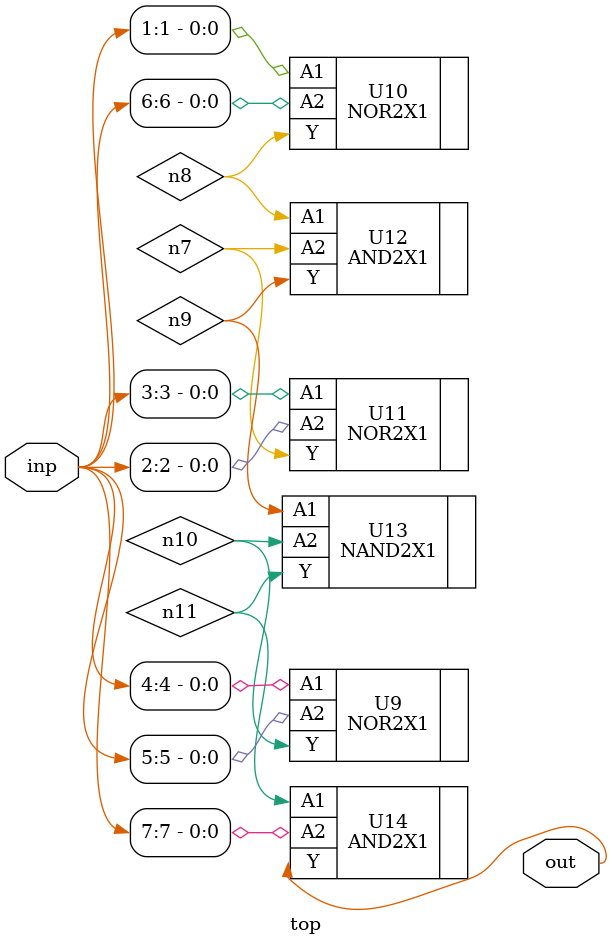
<source format=sv>


module top ( inp, out );
  input [7:0] inp;
  output out;
  wire   n7, n8, n9, n10, n11;

  NOR2X1 U9 ( .A1(inp[4]), .A2(inp[5]), .Y(n10) );
  NOR2X1 U10 ( .A1(inp[1]), .A2(inp[6]), .Y(n8) );
  NOR2X1 U11 ( .A1(inp[3]), .A2(inp[2]), .Y(n7) );
  AND2X1 U12 ( .A1(n8), .A2(n7), .Y(n9) );
  NAND2X1 U13 ( .A1(n9), .A2(n10), .Y(n11) );
  AND2X1 U14 ( .A1(n11), .A2(inp[7]), .Y(out) );
endmodule


</source>
